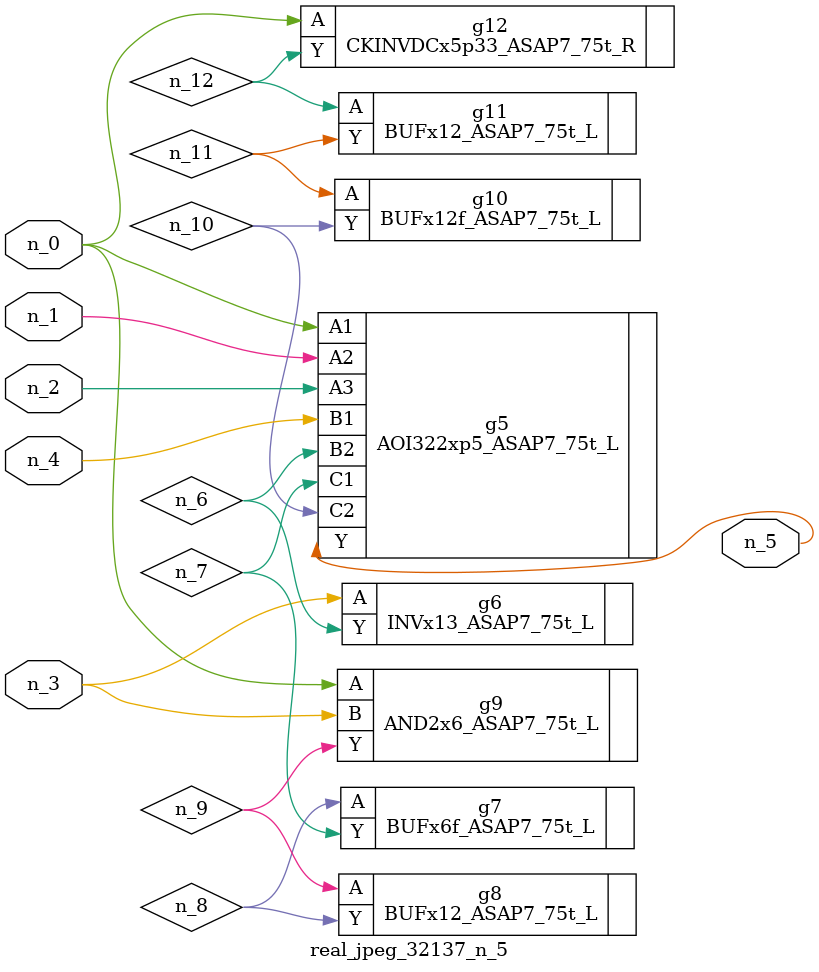
<source format=v>
module real_jpeg_32137_n_5 (n_4, n_0, n_1, n_2, n_3, n_5);

input n_4;
input n_0;
input n_1;
input n_2;
input n_3;

output n_5;

wire n_12;
wire n_8;
wire n_11;
wire n_6;
wire n_7;
wire n_10;
wire n_9;

AOI322xp5_ASAP7_75t_L g5 ( 
.A1(n_0),
.A2(n_1),
.A3(n_2),
.B1(n_4),
.B2(n_6),
.C1(n_7),
.C2(n_10),
.Y(n_5)
);

AND2x6_ASAP7_75t_L g9 ( 
.A(n_0),
.B(n_3),
.Y(n_9)
);

CKINVDCx5p33_ASAP7_75t_R g12 ( 
.A(n_0),
.Y(n_12)
);

INVx13_ASAP7_75t_L g6 ( 
.A(n_3),
.Y(n_6)
);

BUFx6f_ASAP7_75t_L g7 ( 
.A(n_8),
.Y(n_7)
);

BUFx12_ASAP7_75t_L g8 ( 
.A(n_9),
.Y(n_8)
);

BUFx12f_ASAP7_75t_L g10 ( 
.A(n_11),
.Y(n_10)
);

BUFx12_ASAP7_75t_L g11 ( 
.A(n_12),
.Y(n_11)
);


endmodule
</source>
